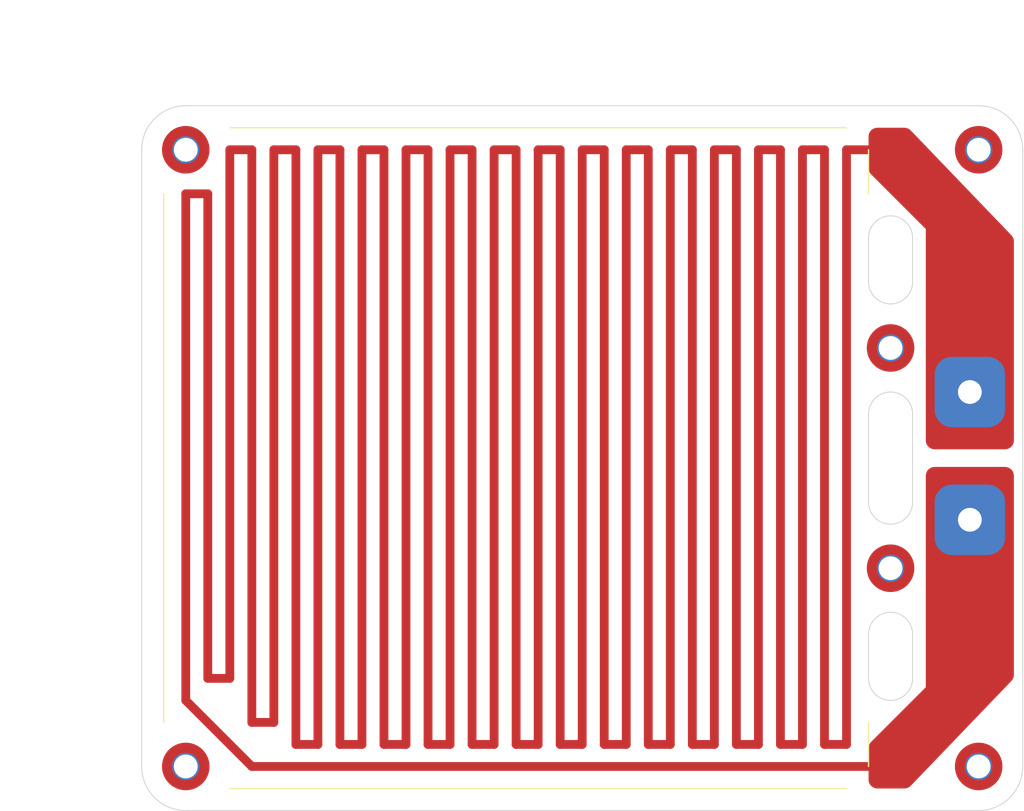
<source format=kicad_pcb>
(kicad_pcb (version 20211014) (generator pcbnew)
  (layers (0 "F.Cu" signal) (31 "B.Cu" signal) (34 "B.Paste" user) (35 "F.Paste" user) (36 "B.SilkS" user "B.Silkscreen") (37 "F.SilkS" user "F.Silkscreen") (38 "B.Mask" user) (39 "F.Mask" user) (44 "Edge.Cuts" user))
  (net 0 "")
  (net 1 "Net-(H1-Pad1)")
  (footprint "MountingHole:MountingHole_2.7mm_M2.5_Pad_TopOnly" (layer "F.Cu") (at 145 55)
    (fp_text reference "H5" hide)
    (fp_text value "MountingHole")
    (pad "1" thru_hole circle (at 0 0) (size 3.1 3.1) (drill 2.7) (layers *.Cu *.Mask))
    (pad "1" connect circle (at 0 0) (size 5.4 5.4) (layers "F.Cu" "F.Mask"))
  )
  (footprint "MHole:M2.5" (layer "F.Cu") (at 144 82.5)
    (fp_text reference "H1" (at 0 -0.5 unlocked) (layer "F.SilkS"))
    (fp_text value "MountingHole_Pad")
    (pad "1" thru_hole roundrect (at 0 0) (size 8 8) (drill 2.7) (layers *.Cu *.Mask) (net 1 "Net-(H1-Pad1)"))
  )
  (footprint "MHole:M2.5" (layer "F.Cu") (at 144 97)
    (fp_text reference "H2" (at 0 -0.5 unlocked) (layer "F.SilkS"))
    (fp_text value "MountingHole_Pad")
    (pad "1" thru_hole roundrect (at 0 0) (size 8 8) (drill 2.7) (layers *.Cu *.Mask) (net 1 "Net-(H1-Pad1)"))
  )
  (footprint "MountingHole:MountingHole_2.7mm_M2.5_Pad_TopOnly" (layer "F.Cu") (at 55 125)
    (fp_text reference "H6" hide)
    (fp_text value "MountingHole")
    (pad "1" connect circle (at 0 0) (size 5.4 5.4) (layers "F.Cu" "F.Mask"))
    (pad "1" thru_hole circle (at 0 0) (size 3.1 3.1) (drill 2.7) (layers *.Cu *.Mask))
  )
  (footprint "MountingHole:MountingHole_2.7mm_M2.5_Pad_TopOnly" (layer "F.Cu") (at 135 77.5)
    (fp_text reference "H7" hide)
    (fp_text value "MountingHole")
    (pad "1" thru_hole circle (at 0 0) (size 3.1 3.1) (drill 2.7) (layers *.Cu *.Mask))
    (pad "1" connect circle (at 0 0) (size 5.4 5.4) (layers "F.Cu" "F.Mask"))
  )
  (footprint "MountingHole:MountingHole_2.7mm_M2.5_Pad_TopOnly" (layer "F.Cu") (at 145 125)
    (fp_text reference "H3" hide)
    (fp_text value "MountingHole")
    (pad "1" connect circle (at 0 0) (size 5.4 5.4) (layers "F.Cu" "F.Mask"))
    (pad "1" thru_hole circle (at 0 0) (size 3.1 3.1) (drill 2.7) (layers *.Cu *.Mask))
  )
  (footprint "MountingHole:MountingHole_2.7mm_M2.5_Pad_TopOnly" (layer "F.Cu") (at 135 102.5)
    (fp_text reference "H8" hide)
    (fp_text value "MountingHole")
    (pad "1" connect circle (at 0 0) (size 5.4 5.4) (layers "F.Cu" "F.Mask"))
    (pad "1" thru_hole circle (at 0 0) (size 3.1 3.1) (drill 2.7) (layers *.Cu *.Mask))
  )
  (footprint "MountingHole:MountingHole_2.7mm_M2.5_Pad_TopOnly" (layer "F.Cu") (at 55 55)
    (fp_text reference "H4" hide)
    (fp_text value "MountingHole")
    (pad "1" connect circle (at 0 0) (size 5.4 5.4) (layers "F.Cu" "F.Mask"))
    (pad "1" thru_hole circle (at 0 0) (size 3.1 3.1) (drill 2.7) (layers *.Cu *.Mask))
  )
  (gr_line (start 60 127.5) (end 130 127.5) (layer "F.SilkS") (width 0.15))
  (gr_line (start 132.5 55) (end 132.5 60) (layer "F.SilkS") (width 0.15))
  (gr_line (start 132.5 125) (end 132.5 120) (layer "F.SilkS") (width 0.15))
  (gr_line (start 60 52.5) (end 130 52.5) (layer "F.SilkS") (width 0.15))
  (gr_line (start 52.5 120) (end 52.5 60) (layer "F.SilkS") (width 0.15))
  (gr_line (start 137.5 70) (end 137.5 65) (layer "Edge.Cuts") (width 0.1))
  (gr_line (start 132.5 70) (end 132.5 65) (layer "Edge.Cuts") (width 0.1))
  (gr_line (start 55 50) (end 145 50) (layer "Edge.Cuts") (width 0.1))
  (gr_arc (start 137.5 70) (mid 135 72.5) (end 132.5 70) (layer "Edge.Cuts") (width 0.1))
  (gr_arc (start 55 130) (mid 51.464466 128.535534) (end 50 125) (layer "Edge.Cuts") (width 0.1))
  (gr_arc (start 145 50) (mid 148.535534 51.464466) (end 150 55) (layer "Edge.Cuts") (width 0.1))
  (gr_line (start 132.5 115) (end 132.5 110) (layer "Edge.Cuts") (width 0.1))
  (gr_line (start 50 125) (end 50 55) (layer "Edge.Cuts") (width 0.1))
  (gr_line (start 132.5 95) (end 132.5 85) (layer "Edge.Cuts") (width 0.1))
  (gr_arc (start 132.5 65) (mid 135 62.5) (end 137.5 65) (layer "Edge.Cuts") (width 0.1))
  (gr_line (start 145 130) (end 55 130) (layer "Edge.Cuts") (width 0.1))
  (gr_arc (start 50 55) (mid 51.464466 51.464466) (end 55 50) (layer "Edge.Cuts") (width 0.1))
  (gr_arc (start 137.5 95) (mid 135 97.5) (end 132.5 95) (layer "Edge.Cuts") (width 0.1))
  (gr_arc (start 132.5 85) (mid 135 82.5) (end 137.5 85) (layer "Edge.Cuts") (width 0.1))
  (gr_line (start 150 55) (end 150 125) (layer "Edge.Cuts") (width 0.1))
  (gr_arc (start 137.5 115) (mid 135 117.5) (end 132.5 115) (layer "Edge.Cuts") (width 0.1))
  (gr_arc (start 132.5 110) (mid 135 107.5) (end 137.5 110) (layer "Edge.Cuts") (width 0.1))
  (gr_line (start 137.5 95) (end 137.5 85) (layer "Edge.Cuts") (width 0.1))
  (gr_line (start 137.5 115) (end 137.5 110) (layer "Edge.Cuts") (width 0.1))
  (gr_arc (start 150 125) (mid 148.535534 128.535534) (end 145 130) (layer "Edge.Cuts") (width 0.1))
  (segment (start 85 55) (end 87.5 55) (width 1) (layer "F.Cu") (net 1))
  (segment (start 62.5 120) (end 65 120) (width 1) (layer "F.Cu") (net 1))
  (segment (start 97.5 55) (end 97.5 122.5) (width 1) (layer "F.Cu") (net 1))
  (segment (start 127.5 55) (end 127.5 122.5) (width 1) (layer "F.Cu") (net 1))
  (segment (start 62.5 55) (end 62.5 120) (width 1) (layer "F.Cu") (net 1))
  (segment (start 120 55) (end 122.5 55) (width 1) (layer "F.Cu") (net 1))
  (segment (start 102.5 55) (end 102.5 122.5) (width 1) (layer "F.Cu") (net 1))
  (segment (start 60 115) (end 60 55) (width 1) (layer "F.Cu") (net 1))
  (segment (start 102.5 122.5) (end 105 122.5) (width 1) (layer "F.Cu") (net 1))
  (segment (start 55 117.5) (end 55 60) (width 1) (layer "F.Cu") (net 1))
  (segment (start 65 55) (end 67.5 55) (width 1) (layer "F.Cu") (net 1))
  (segment (start 110 55) (end 112.5 55) (width 1) (layer "F.Cu") (net 1))
  (segment (start 87.5 122.5) (end 90 122.5) (width 1) (layer "F.Cu") (net 1))
  (segment (start 120 122.5) (end 120 55) (width 1) (layer "F.Cu") (net 1))
  (segment (start 70 122.5) (end 70 55) (width 1) (layer "F.Cu") (net 1))
  (segment (start 117.5 122.5) (end 120 122.5) (width 1) (layer "F.Cu") (net 1))
  (segment (start 90 55) (end 92.5 55) (width 1) (layer "F.Cu") (net 1))
  (segment (start 57.5 115) (end 60 115) (width 1) (layer "F.Cu") (net 1))
  (segment (start 127.5 122.5) (end 130 122.5) (width 1) (layer "F.Cu") (net 1))
  (segment (start 90 122.5) (end 90 55) (width 1) (layer "F.Cu") (net 1))
  (segment (start 110 122.5) (end 110 55) (width 1) (layer "F.Cu") (net 1))
  (segment (start 122.5 122.5) (end 125 122.5) (width 1) (layer "F.Cu") (net 1))
  (segment (start 75 122.5) (end 75 55) (width 1) (layer "F.Cu") (net 1))
  (segment (start 62.5 125) (end 55 117.5) (width 1) (layer "F.Cu") (net 1))
  (segment (start 117.5 55) (end 117.5 122.5) (width 1) (layer "F.Cu") (net 1))
  (segment (start 67.5 55) (end 67.5 122.5) (width 1) (layer "F.Cu") (net 1))
  (segment (start 135 125) (end 62.5 125) (width 1) (layer "F.Cu") (net 1))
  (segment (start 100 122.5) (end 100 55) (width 1) (layer "F.Cu") (net 1))
  (segment (start 55 60) (end 57.5 60) (width 1) (layer "F.Cu") (net 1))
  (segment (start 95 55) (end 97.5 55) (width 1) (layer "F.Cu") (net 1))
  (segment (start 122.5 55) (end 122.5 122.5) (width 1) (layer "F.Cu") (net 1))
  (segment (start 85 122.5) (end 85 55) (width 1) (layer "F.Cu") (net 1))
  (segment (start 72.5 122.5) (end 75 122.5) (width 1) (layer "F.Cu") (net 1))
  (segment (start 115 55) (end 117.5 55) (width 1) (layer "F.Cu") (net 1))
  (segment (start 105 122.5) (end 105 55) (width 1) (layer "F.Cu") (net 1))
  (segment (start 92.5 122.5) (end 95 122.5) (width 1) (layer "F.Cu") (net 1))
  (segment (start 80 55) (end 82.5 55) (width 1) (layer "F.Cu") (net 1))
  (segment (start 77.5 122.5) (end 80 122.5) (width 1) (layer "F.Cu") (net 1))
  (segment (start 75 55) (end 77.5 55) (width 1) (layer "F.Cu") (net 1))
  (segment (start 57.5 60) (end 57.5 115) (width 1) (layer "F.Cu") (net 1))
  (segment (start 112.5 122.5) (end 115 122.5) (width 1) (layer "F.Cu") (net 1))
  (segment (start 65 120) (end 65 55) (width 1) (layer "F.Cu") (net 1))
  (segment (start 105 55) (end 107.5 55) (width 1) (layer "F.Cu") (net 1))
  (segment (start 82.5 122.5) (end 85 122.5) (width 1) (layer "F.Cu") (net 1))
  (segment (start 100 55) (end 102.5 55) (width 1) (layer "F.Cu") (net 1))
  (segment (start 107.5 122.5) (end 110 122.5) (width 1) (layer "F.Cu") (net 1))
  (segment (start 60 55) (end 62.5 55) (width 1) (layer "F.Cu") (net 1))
  (segment (start 130 55) (end 135 55) (width 1) (layer "F.Cu") (net 1))
  (segment (start 112.5 55) (end 112.5 122.5) (width 1) (layer "F.Cu") (net 1))
  (segment (start 92.5 55) (end 92.5 122.5) (width 1) (layer "F.Cu") (net 1))
  (segment (start 67.5 122.5) (end 70 122.5) (width 1) (layer "F.Cu") (net 1))
  (segment (start 125 122.5) (end 125 55) (width 1) (layer "F.Cu") (net 1))
  (segment (start 130 122.5) (end 130 55) (width 1) (layer "F.Cu") (net 1))
  (segment (start 80 122.5) (end 80 55) (width 1) (layer "F.Cu") (net 1))
  (segment (start 97.5 122.5) (end 100 122.5) (width 1) (layer "F.Cu") (net 1))
  (segment (start 70 55) (end 72.5 55) (width 1) (layer "F.Cu") (net 1))
  (segment (start 72.5 55) (end 72.5 122.5) (width 1) (layer "F.Cu") (net 1))
  (segment (start 95 122.5) (end 95 55) (width 1) (layer "F.Cu") (net 1))
  (segment (start 77.5 55) (end 77.5 122.5) (width 1) (layer "F.Cu") (net 1))
  (segment (start 115 122.5) (end 115 55) (width 1) (layer "F.Cu") (net 1))
  (segment (start 125 55) (end 127.5 55) (width 1) (layer "F.Cu") (net 1))
  (segment (start 107.5 55) (end 107.5 122.5) (width 1) (layer "F.Cu") (net 1))
  (segment (start 87.5 55) (end 87.5 122.5) (width 1) (layer "F.Cu") (net 1))
  (segment (start 82.5 55) (end 82.5 122.5) (width 1) (layer "F.Cu") (net 1))
  (zone (net 1) (net_name "Net-(H1-Pad1)") (layer "F.Cu") (connect_pads yes (clearance 0.508)) (min_thickness 0.254) (fill yes (thermal_gap 0.508) (thermal_bridge_width 1) (smoothing fillet) (radius 1))
    (polygon (pts (xy 149 115) (xy 137 127.5) (xy 132.5 127.5) (xy 132.5 122.5) (xy 139 116) (xy 139 91) (xy 149 91)))
  )
  (zone (net 1) (net_name "Net-(H1-Pad1)") (layer "F.Cu") (connect_pads yes (clearance 0.508)) (min_thickness 0.254) (fill yes (thermal_gap 0.508) (thermal_bridge_width 1) (smoothing fillet) (radius 1))
    (polygon (pts (xy 139 64) (xy 132.5 57.5) (xy 132.5 52.5) (xy 137 52.5) (xy 149 65) (xy 149 89) (xy 139 89)))
  )
)
</source>
